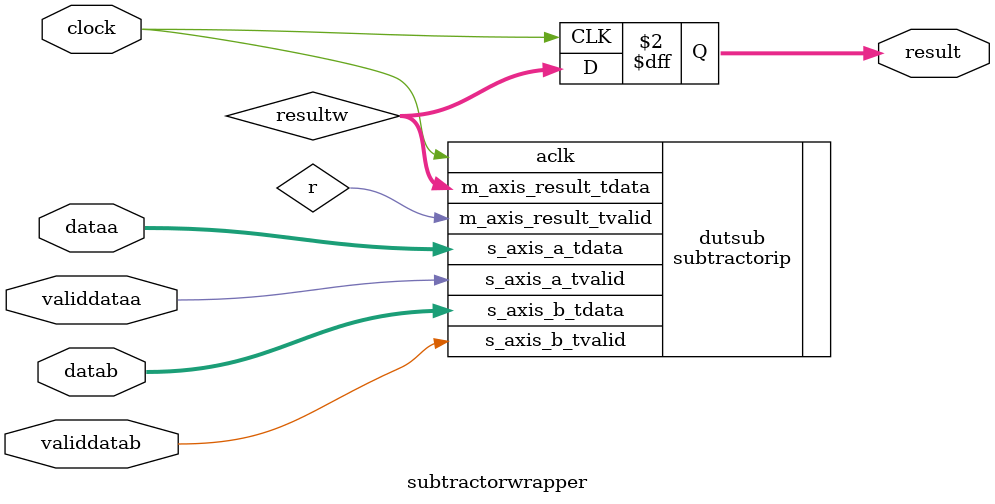
<source format=v>
module subtractorwrapper(
    input clock,
    input [31:0] dataa,
    input [31:0] datab,
    input validdataa,validdatab,//,readyo ,
   output reg [31:0] result
    );
    wire r;//,readyo;
    wire [31:0] resultw;
    
    always@(posedge clock) begin
        result <= resultw;
        
      end
  subtractorip dutsub (
        .aclk(clock),                                  // input wire aclk
        .s_axis_a_tvalid(validdataa),            // input wire s_axis_a_tvalid
       // .s_axis_a_tready(readya),            // output wire s_axis_a_tready
        .s_axis_a_tdata(dataa),              // input wire [31 : 0] s_axis_a_tdata
        .s_axis_b_tvalid(validdatab),            // input wire s_axis_b_tvalid
        //.s_axis_b_tready(readyb),            // output wire s_axis_b_tready
        .s_axis_b_tdata(datab),              // input wire [31 : 0] s_axis_b_tdata
        .m_axis_result_tvalid(r),  // output wire m_axis_result_tvalid
//        .m_axis_result_tready(readyo),  // input wire m_axis_result_tready
        .m_axis_result_tdata(resultw)    // output wire [31 : 0] m_axis_result_tdata
      );
    
endmodule
</source>
